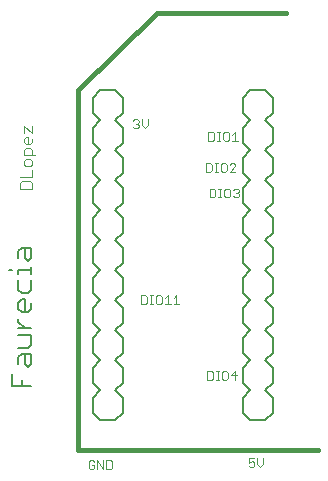
<source format=gto>
G75*
%MOIN*%
%OFA0B0*%
%FSLAX25Y25*%
%IPPOS*%
%LPD*%
%AMOC8*
5,1,8,0,0,1.08239X$1,22.5*
%
%ADD10C,0.01600*%
%ADD11C,0.00600*%
%ADD12C,0.00300*%
%ADD13C,0.00800*%
D10*
X0031800Y0011800D02*
X0111800Y0011800D01*
X0031800Y0011800D02*
X0031800Y0131800D01*
X0058099Y0157312D01*
X0101249Y0157312D01*
D11*
X0016264Y0079172D02*
X0013061Y0079172D01*
X0011993Y0078104D01*
X0011993Y0075969D01*
X0014129Y0075969D02*
X0014129Y0079172D01*
X0016264Y0079172D02*
X0016264Y0075969D01*
X0015196Y0074901D01*
X0014129Y0075969D01*
X0016264Y0072739D02*
X0016264Y0070604D01*
X0016264Y0071672D02*
X0011993Y0071672D01*
X0011993Y0070604D01*
X0009858Y0071672D02*
X0008791Y0071672D01*
X0011993Y0068429D02*
X0011993Y0065226D01*
X0013061Y0064159D01*
X0015196Y0064159D01*
X0016264Y0065226D01*
X0016264Y0068429D01*
X0014129Y0061984D02*
X0014129Y0057713D01*
X0015196Y0057713D02*
X0013061Y0057713D01*
X0011993Y0058781D01*
X0011993Y0060916D01*
X0013061Y0061984D01*
X0014129Y0061984D01*
X0016264Y0060916D02*
X0016264Y0058781D01*
X0015196Y0057713D01*
X0011993Y0055545D02*
X0011993Y0054477D01*
X0014129Y0052342D01*
X0016264Y0052342D02*
X0011993Y0052342D01*
X0011993Y0050167D02*
X0016264Y0050167D01*
X0016264Y0046964D01*
X0015196Y0045897D01*
X0011993Y0045897D01*
X0013061Y0043721D02*
X0016264Y0043721D01*
X0016264Y0040519D01*
X0015196Y0039451D01*
X0014129Y0040519D01*
X0014129Y0043721D01*
X0013061Y0043721D02*
X0011993Y0042654D01*
X0011993Y0040519D01*
X0009858Y0037276D02*
X0009858Y0033006D01*
X0016264Y0033006D01*
X0013061Y0033006D02*
X0013061Y0035141D01*
D12*
X0052934Y0060415D02*
X0054385Y0060415D01*
X0054869Y0060898D01*
X0054869Y0062833D01*
X0054385Y0063317D01*
X0052934Y0063317D01*
X0052934Y0060415D01*
X0055881Y0060415D02*
X0056848Y0060415D01*
X0056365Y0060415D02*
X0056365Y0063317D01*
X0056848Y0063317D02*
X0055881Y0063317D01*
X0057845Y0062833D02*
X0057845Y0060898D01*
X0058329Y0060415D01*
X0059296Y0060415D01*
X0059780Y0060898D01*
X0059780Y0062833D01*
X0059296Y0063317D01*
X0058329Y0063317D01*
X0057845Y0062833D01*
X0060792Y0062350D02*
X0061759Y0063317D01*
X0061759Y0060415D01*
X0060792Y0060415D02*
X0062727Y0060415D01*
X0063738Y0060415D02*
X0065673Y0060415D01*
X0064706Y0060415D02*
X0064706Y0063317D01*
X0063738Y0062350D01*
X0074981Y0038120D02*
X0076433Y0038120D01*
X0076916Y0037636D01*
X0076916Y0035701D01*
X0076433Y0035218D01*
X0074981Y0035218D01*
X0074981Y0038120D01*
X0077928Y0038120D02*
X0078895Y0038120D01*
X0078412Y0038120D02*
X0078412Y0035218D01*
X0078895Y0035218D02*
X0077928Y0035218D01*
X0079892Y0035701D02*
X0080376Y0035218D01*
X0081344Y0035218D01*
X0081827Y0035701D01*
X0081827Y0037636D01*
X0081344Y0038120D01*
X0080376Y0038120D01*
X0079892Y0037636D01*
X0079892Y0035701D01*
X0082839Y0036669D02*
X0084774Y0036669D01*
X0084290Y0035218D02*
X0084290Y0038120D01*
X0082839Y0036669D01*
X0088761Y0008986D02*
X0088761Y0007535D01*
X0089729Y0008019D01*
X0090212Y0008019D01*
X0090696Y0007535D01*
X0090696Y0006568D01*
X0090212Y0006084D01*
X0089245Y0006084D01*
X0088761Y0006568D01*
X0088761Y0008986D02*
X0090696Y0008986D01*
X0091708Y0008986D02*
X0091708Y0007051D01*
X0092675Y0006084D01*
X0093643Y0007051D01*
X0093643Y0008986D01*
X0043261Y0007862D02*
X0043261Y0005927D01*
X0042778Y0005443D01*
X0041326Y0005443D01*
X0041326Y0008345D01*
X0042778Y0008345D01*
X0043261Y0007862D01*
X0040315Y0008345D02*
X0040315Y0005443D01*
X0038380Y0008345D01*
X0038380Y0005443D01*
X0037368Y0005927D02*
X0037368Y0006894D01*
X0036401Y0006894D01*
X0037368Y0005927D02*
X0036885Y0005443D01*
X0035917Y0005443D01*
X0035433Y0005927D01*
X0035433Y0007862D01*
X0035917Y0008345D01*
X0036885Y0008345D01*
X0037368Y0007862D01*
X0075769Y0096044D02*
X0077220Y0096044D01*
X0077704Y0096528D01*
X0077704Y0098463D01*
X0077220Y0098947D01*
X0075769Y0098947D01*
X0075769Y0096044D01*
X0078715Y0096044D02*
X0079683Y0096044D01*
X0079199Y0096044D02*
X0079199Y0098947D01*
X0078715Y0098947D02*
X0079683Y0098947D01*
X0080680Y0098463D02*
X0080680Y0096528D01*
X0081163Y0096044D01*
X0082131Y0096044D01*
X0082615Y0096528D01*
X0082615Y0098463D01*
X0082131Y0098947D01*
X0081163Y0098947D01*
X0080680Y0098463D01*
X0083626Y0098463D02*
X0084110Y0098947D01*
X0085078Y0098947D01*
X0085561Y0098463D01*
X0085561Y0097979D01*
X0085078Y0097496D01*
X0085561Y0097012D01*
X0085561Y0096528D01*
X0085078Y0096044D01*
X0084110Y0096044D01*
X0083626Y0096528D01*
X0084594Y0097496D02*
X0085078Y0097496D01*
X0084380Y0104509D02*
X0082445Y0104509D01*
X0084380Y0106444D01*
X0084380Y0106928D01*
X0083896Y0107412D01*
X0082929Y0107412D01*
X0082445Y0106928D01*
X0081434Y0106928D02*
X0080950Y0107412D01*
X0079982Y0107412D01*
X0079499Y0106928D01*
X0079499Y0104993D01*
X0079982Y0104509D01*
X0080950Y0104509D01*
X0081434Y0104993D01*
X0081434Y0106928D01*
X0078502Y0107412D02*
X0077534Y0107412D01*
X0078018Y0107412D02*
X0078018Y0104509D01*
X0077534Y0104509D02*
X0078502Y0104509D01*
X0076523Y0104993D02*
X0076523Y0106928D01*
X0076039Y0107412D01*
X0074588Y0107412D01*
X0074588Y0104509D01*
X0076039Y0104509D01*
X0076523Y0104993D01*
X0076826Y0114942D02*
X0075375Y0114942D01*
X0075375Y0117845D01*
X0076826Y0117845D01*
X0077310Y0117361D01*
X0077310Y0115426D01*
X0076826Y0114942D01*
X0078322Y0114942D02*
X0079289Y0114942D01*
X0078805Y0114942D02*
X0078805Y0117845D01*
X0078322Y0117845D02*
X0079289Y0117845D01*
X0080286Y0117361D02*
X0080286Y0115426D01*
X0080770Y0114942D01*
X0081737Y0114942D01*
X0082221Y0115426D01*
X0082221Y0117361D01*
X0081737Y0117845D01*
X0080770Y0117845D01*
X0080286Y0117361D01*
X0083233Y0116877D02*
X0084200Y0117845D01*
X0084200Y0114942D01*
X0083233Y0114942D02*
X0085168Y0114942D01*
X0055060Y0120043D02*
X0054092Y0119076D01*
X0053125Y0120043D01*
X0053125Y0121978D01*
X0052113Y0121495D02*
X0052113Y0121011D01*
X0051630Y0120527D01*
X0052113Y0120043D01*
X0052113Y0119560D01*
X0051630Y0119076D01*
X0050662Y0119076D01*
X0050178Y0119560D01*
X0051146Y0120527D02*
X0051630Y0120527D01*
X0052113Y0121495D02*
X0051630Y0121978D01*
X0050662Y0121978D01*
X0050178Y0121495D01*
X0055060Y0121978D02*
X0055060Y0120043D01*
X0016414Y0119842D02*
X0016414Y0117374D01*
X0013945Y0119842D01*
X0013945Y0117374D01*
X0014562Y0116159D02*
X0015179Y0116159D01*
X0015179Y0113690D01*
X0014562Y0113690D02*
X0013945Y0114308D01*
X0013945Y0115542D01*
X0014562Y0116159D01*
X0016414Y0115542D02*
X0016414Y0114308D01*
X0015797Y0113690D01*
X0014562Y0113690D01*
X0014562Y0112476D02*
X0015797Y0112476D01*
X0016414Y0111859D01*
X0016414Y0110007D01*
X0017648Y0110007D02*
X0013945Y0110007D01*
X0013945Y0111859D01*
X0014562Y0112476D01*
X0014562Y0108793D02*
X0013945Y0108176D01*
X0013945Y0106941D01*
X0014562Y0106324D01*
X0015797Y0106324D01*
X0016414Y0106941D01*
X0016414Y0108176D01*
X0015797Y0108793D01*
X0014562Y0108793D01*
X0016414Y0105110D02*
X0016414Y0102641D01*
X0012711Y0102641D01*
X0013328Y0101427D02*
X0012711Y0100809D01*
X0012711Y0098958D01*
X0016414Y0098958D01*
X0016414Y0100809D01*
X0015797Y0101427D01*
X0013328Y0101427D01*
D13*
X0036800Y0099300D02*
X0036800Y0094300D01*
X0039300Y0091800D01*
X0036800Y0089300D01*
X0036800Y0084300D01*
X0039300Y0081800D01*
X0036800Y0079300D01*
X0036800Y0074300D01*
X0039300Y0071800D01*
X0036800Y0069300D01*
X0036800Y0064300D01*
X0039300Y0061800D01*
X0036800Y0059300D01*
X0036800Y0054300D01*
X0039300Y0051800D01*
X0036800Y0049300D01*
X0036800Y0044300D01*
X0039300Y0041800D01*
X0036800Y0039300D01*
X0036800Y0034300D01*
X0039300Y0031800D01*
X0036800Y0029300D01*
X0036800Y0024300D01*
X0039300Y0021800D01*
X0044300Y0021800D01*
X0046800Y0024300D01*
X0046800Y0029300D01*
X0044300Y0031800D01*
X0046800Y0034300D01*
X0046800Y0039300D01*
X0044300Y0041800D01*
X0046800Y0044300D01*
X0046800Y0049300D01*
X0044300Y0051800D01*
X0046800Y0054300D01*
X0046800Y0059300D01*
X0044300Y0061800D01*
X0046800Y0064300D01*
X0046800Y0069300D01*
X0044300Y0071800D01*
X0046800Y0074300D01*
X0046800Y0079300D01*
X0044300Y0081800D01*
X0046800Y0084300D01*
X0046800Y0089300D01*
X0044300Y0091800D01*
X0046800Y0094300D01*
X0046800Y0099300D01*
X0044300Y0101800D01*
X0046800Y0104300D01*
X0046800Y0109300D01*
X0044300Y0111800D01*
X0046800Y0114300D01*
X0046800Y0119300D01*
X0044300Y0121800D01*
X0046800Y0124300D01*
X0046800Y0129300D01*
X0044300Y0131800D01*
X0039300Y0131800D01*
X0036800Y0129300D01*
X0036800Y0124300D01*
X0039300Y0121800D01*
X0036800Y0119300D01*
X0036800Y0114300D01*
X0039300Y0111800D01*
X0036800Y0109300D01*
X0036800Y0104300D01*
X0039300Y0101800D01*
X0036800Y0099300D01*
X0086800Y0099300D02*
X0086800Y0094300D01*
X0089300Y0091800D01*
X0086800Y0089300D01*
X0086800Y0084300D01*
X0089300Y0081800D01*
X0086800Y0079300D01*
X0086800Y0074300D01*
X0089300Y0071800D01*
X0086800Y0069300D01*
X0086800Y0064300D01*
X0089300Y0061800D01*
X0086800Y0059300D01*
X0086800Y0054300D01*
X0089300Y0051800D01*
X0086800Y0049300D01*
X0086800Y0044300D01*
X0089300Y0041800D01*
X0086800Y0039300D01*
X0086800Y0034300D01*
X0089300Y0031800D01*
X0086800Y0029300D01*
X0086800Y0024300D01*
X0089300Y0021800D01*
X0094300Y0021800D01*
X0096800Y0024300D01*
X0096800Y0029300D01*
X0094300Y0031800D01*
X0096800Y0034300D01*
X0096800Y0039300D01*
X0094300Y0041800D01*
X0096800Y0044300D01*
X0096800Y0049300D01*
X0094300Y0051800D01*
X0096800Y0054300D01*
X0096800Y0059300D01*
X0094300Y0061800D01*
X0096800Y0064300D01*
X0096800Y0069300D01*
X0094300Y0071800D01*
X0096800Y0074300D01*
X0096800Y0079300D01*
X0094300Y0081800D01*
X0096800Y0084300D01*
X0096800Y0089300D01*
X0094300Y0091800D01*
X0096800Y0094300D01*
X0096800Y0099300D01*
X0094300Y0101800D01*
X0096800Y0104300D01*
X0096800Y0109300D01*
X0094300Y0111800D01*
X0096800Y0114300D01*
X0096800Y0119300D01*
X0094300Y0121800D01*
X0096800Y0124300D01*
X0096800Y0129300D01*
X0094300Y0131800D01*
X0089300Y0131800D01*
X0086800Y0129300D01*
X0086800Y0124300D01*
X0089300Y0121800D01*
X0086800Y0119300D01*
X0086800Y0114300D01*
X0089300Y0111800D01*
X0086800Y0109300D01*
X0086800Y0104300D01*
X0089300Y0101800D01*
X0086800Y0099300D01*
M02*

</source>
